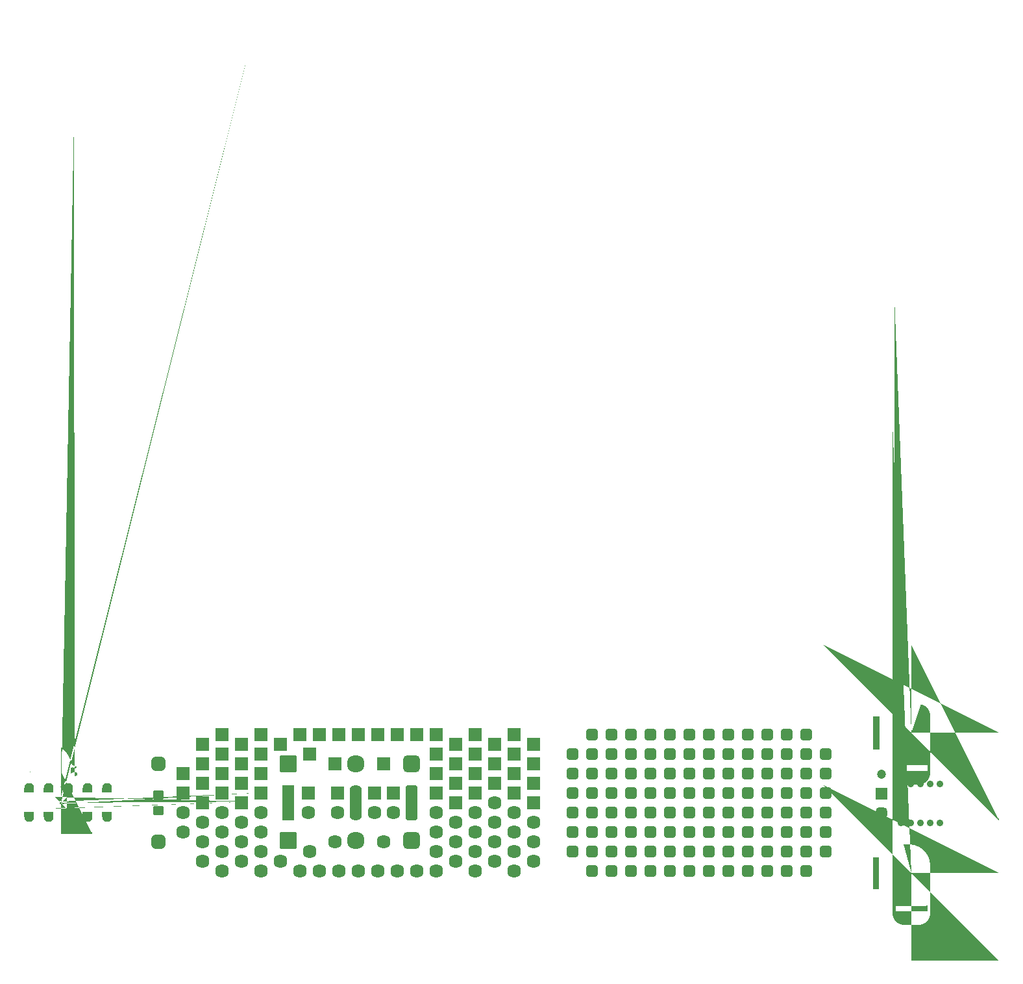
<source format=gbr>
%TF.GenerationSoftware,KiCad,Pcbnew,8.0.0*%
%TF.CreationDate,2024-02-24T11:24:54-08:00*%
%TF.ProjectId,JumperlessProbe,4a756d70-6572-46c6-9573-7350726f6265,rev?*%
%TF.SameCoordinates,Original*%
%TF.FileFunction,Soldermask,Bot*%
%TF.FilePolarity,Negative*%
%FSLAX46Y46*%
G04 Gerber Fmt 4.6, Leading zero omitted, Abs format (unit mm)*
G04 Created by KiCad (PCBNEW 8.0.0) date 2024-02-24 11:24:54*
%MOMM*%
%LPD*%
G01*
G04 APERTURE LIST*
G04 Aperture macros list*
%AMRoundRect*
0 Rectangle with rounded corners*
0 $1 Rounding radius*
0 $2 $3 $4 $5 $6 $7 $8 $9 X,Y pos of 4 corners*
0 Add a 4 corners polygon primitive as box body*
4,1,4,$2,$3,$4,$5,$6,$7,$8,$9,$2,$3,0*
0 Add four circle primitives for the rounded corners*
1,1,$1+$1,$2,$3*
1,1,$1+$1,$4,$5*
1,1,$1+$1,$6,$7*
1,1,$1+$1,$8,$9*
0 Add four rect primitives between the rounded corners*
20,1,$1+$1,$2,$3,$4,$5,0*
20,1,$1+$1,$4,$5,$6,$7,0*
20,1,$1+$1,$6,$7,$8,$9,0*
20,1,$1+$1,$8,$9,$2,$3,0*%
%AMFreePoly0*
4,1,61,-1.004046,3.703271,-0.272051,3.705999,0.029798,3.689124,0.327885,3.638709,0.618495,3.555382,0.898007,3.440182,1.162936,3.294544,1.409980,3.120284,1.636062,2.919574,1.838363,2.694914,2.014362,2.449105,2.161865,2.185210,2.279034,1.906519,2.364410,1.616504,2.416927,1.318780,2.435931,1.017057,2.433136,1.004402,2.436000,-5.334000,2.418517,-5.556137,2.366500,-5.772804,
2.281229,-5.978667,2.164804,-6.168655,2.020092,-6.338092,1.850655,-6.482804,1.660667,-6.599229,1.454804,-6.684500,1.238137,-6.736517,1.016000,-6.754000,1.003628,-6.751176,-1.016000,-6.754000,-1.238137,-6.736518,-1.454804,-6.684501,-1.660667,-6.599230,-1.850655,-6.482804,-2.020092,-6.338092,-2.164804,-6.168655,-2.281230,-5.978667,-2.366501,-5.772804,-2.418518,-5.556137,-2.436000,-5.334000,
-2.433133,-5.321442,-2.433245,-5.024200,-2.001600,-5.024200,2.077800,-5.024200,2.077800,-4.272301,0.812800,-4.297600,-2.001600,-4.297600,-2.001600,-5.024200,-2.433245,-5.024200,-2.436000,2.286000,-2.418518,2.508137,-2.366501,2.724804,-2.281230,2.930667,-2.164804,3.120655,-2.020092,3.290092,-1.850655,3.434804,-1.660667,3.551230,-1.454804,3.636501,-1.238137,3.688518,-1.016000,3.706000,
-1.004046,3.703271,-1.004046,3.703271,$1*%
%AMFreePoly1*
4,1,63,1.238137,3.688517,1.454804,3.636500,1.660667,3.551229,1.850655,3.434804,2.020092,3.290092,2.164804,3.120655,2.281229,2.930667,2.366500,2.724804,2.418517,2.508137,2.436000,2.286000,2.433133,2.273442,2.436000,-5.334000,2.418517,-5.556137,2.366500,-5.772804,2.281229,-5.978667,2.164804,-6.168655,2.020092,-6.338092,1.850655,-6.482804,1.660667,-6.599229,1.454804,-6.684500,
1.238137,-6.736517,1.016000,-6.754000,1.003628,-6.751176,-1.016000,-6.754000,-1.238137,-6.736518,-1.454804,-6.684501,-1.660667,-6.599230,-1.850655,-6.482804,-2.020092,-6.338092,-2.164804,-6.168655,-2.281230,-5.978667,-2.366501,-5.772804,-2.418518,-5.556137,-2.436000,-5.334000,-2.433136,-5.321456,-2.433270,-5.024200,-2.077651,-5.024200,2.103200,-5.024200,2.103200,-4.196000,-0.762098,-4.195999,
-2.052547,-4.170696,-2.077651,-5.024200,-2.433270,-5.024200,-2.436000,1.016000,-2.435906,1.016947,-2.435931,1.017057,-2.416926,1.318780,-2.364409,1.616504,-2.279034,1.906519,-2.161864,2.185210,-2.014361,2.449105,-1.838362,2.694913,-1.636061,2.919573,-1.409980,3.120284,-1.162935,3.294543,-0.898006,3.440181,-0.618495,3.555381,-0.327885,3.638708,-0.029798,3.689123,0.272051,3.705999,
0.284004,3.703270,1.016000,3.706000,1.238137,3.688517,1.238137,3.688517,$1*%
%AMFreePoly2*
4,1,18,-0.635000,0.635000,0.000000,0.635000,0.099336,0.627182,0.252189,0.582774,0.389196,0.501748,0.501748,0.389196,0.582774,0.252189,0.627182,0.099336,0.635000,0.000000,0.627182,-0.099336,0.582774,-0.252189,0.501748,-0.389196,0.389196,-0.501748,0.252189,-0.582774,0.099336,-0.627182,0.000000,-0.635000,-0.635000,-0.635000,-0.635000,0.635000,-0.635000,0.635000,$1*%
%AMFreePoly3*
4,1,455,0.024171,7.214759,0.028568,7.214610,0.049870,7.203443,0.071873,7.193755,0.074730,7.190412,0.078627,7.188368,0.339196,6.944885,0.577199,6.679300,0.790769,6.393699,0.978232,6.090321,1.138115,5.771545,1.269166,5.439874,1.368949,5.102659,1.413084,5.026138,1.499315,4.928888,1.603325,4.850942,1.720873,4.795480,1.847167,4.764763,1.912112,4.762416,1.966722,4.747846,
2.009603,4.711025,2.032261,4.659245,2.030208,4.602762,2.003851,4.552763,1.958411,4.519151,1.902888,4.508584,1.746033,4.528264,1.595093,4.575253,1.454783,4.648082,1.439982,4.659468,1.429602,4.627521,1.379602,4.591194,1.348700,4.586300,1.265000,4.586300,1.265000,3.800538,1.287735,3.818315,1.471283,3.914377,1.669152,3.975742,1.874846,4.000395,1.962121,3.987565,
2.039744,3.945658,2.098354,3.879730,2.130879,3.797732,2.133399,3.709554,2.105608,3.625833,2.050858,3.556666,1.975754,3.510396,1.889354,3.492602,1.813630,3.490607,1.667450,3.450806,1.534721,3.377761,1.422879,3.275565,1.338191,3.149944,1.285403,3.007936,1.267472,2.857500,1.285403,2.707064,1.338191,2.565056,1.422879,2.439435,1.534721,2.337239,1.667450,2.264194,
1.813630,2.224393,1.889354,2.222397,1.975754,2.204604,2.050858,2.158334,2.105608,2.089167,2.133399,2.005446,2.130879,1.917268,2.098354,1.835270,2.039744,1.769342,1.962121,1.727435,1.874846,1.714605,1.669152,1.739258,1.471283,1.800623,1.287735,1.896685,1.265000,1.914461,1.265000,1.260540,1.287734,1.278316,1.471283,1.374378,1.669152,1.435743,1.874846,1.460396,
1.874846,1.460394,1.962121,1.447564,2.039744,1.405657,2.098354,1.339729,2.130879,1.257731,2.133399,1.169553,2.105608,1.085832,2.050858,1.016665,1.975754,0.970395,1.889354,0.952603,1.813629,0.950608,1.667449,0.910807,1.534720,0.837762,1.422878,0.735565,1.338190,0.609944,1.285402,0.467937,1.267471,0.317500,1.285402,0.167063,1.338190,0.025056,1.422878,-0.100565,
1.534720,-0.202762,1.667450,-0.275807,1.813630,-0.315608,1.889354,-0.317604,1.975754,-0.335397,2.050858,-0.381667,2.105608,-0.450834,2.133399,-0.534555,2.130879,-0.622733,2.098354,-0.704731,2.039744,-0.770659,1.962121,-0.812566,1.874846,-0.825396,1.669152,-0.800743,1.471283,-0.739378,1.287734,-0.643316,1.265000,-0.625540,1.265000,-1.279461,1.287736,-1.261684,1.471284,-1.165623,
1.669153,-1.104258,1.874847,-1.079605,1.962122,-1.092435,2.039746,-1.134342,2.098355,-1.200271,2.130881,-1.282269,2.133400,-1.370446,2.105609,-1.454167,2.050859,-1.523334,1.975755,-1.569605,1.889355,-1.587398,1.813630,-1.589393,1.667450,-1.629194,1.534721,-1.702239,1.422879,-1.804435,1.338191,-1.930056,1.285403,-2.072063,1.267472,-2.222500,1.285403,-2.372937,1.338191,-2.514944,
1.422879,-2.640565,1.534721,-2.742761,1.667450,-2.815806,1.813630,-2.855607,1.889355,-2.857603,1.975755,-2.875395,2.050859,-2.921666,2.105609,-2.990833,2.133400,-3.074554,2.130881,-3.162731,2.098355,-3.244729,2.039746,-3.310658,1.962122,-3.352565,1.874847,-3.365395,1.669153,-3.340742,1.471284,-3.279377,1.287736,-3.183316,1.265000,-3.165538,1.265000,-3.819461,1.287736,-3.801684,
1.471284,-3.705623,1.669153,-3.644258,1.874847,-3.619605,1.962122,-3.632435,2.039746,-3.674342,2.098355,-3.740271,2.130881,-3.822269,2.133400,-3.910446,2.105609,-3.994167,2.050859,-4.063334,1.975755,-4.109605,1.889355,-4.127398,1.813630,-4.129393,1.667450,-4.169194,1.534721,-4.242239,1.422879,-4.344435,1.338191,-4.470056,1.285403,-4.612063,1.267472,-4.762500,1.285403,-4.912937,
1.338191,-5.054944,1.422879,-5.180565,1.534721,-5.282761,1.667450,-5.355806,1.813630,-5.395607,1.889355,-5.397603,1.975755,-5.415395,2.050859,-5.461666,2.105609,-5.530833,2.133400,-5.614554,2.130881,-5.702731,2.098355,-5.784729,2.039746,-5.850658,1.962122,-5.892565,1.874847,-5.905395,1.669153,-5.880742,1.471284,-5.819377,1.287736,-5.723316,1.265000,-5.705538,1.265000,-6.431214,
1.267204,-6.431816,1.309887,-6.468867,1.332267,-6.520767,1.329912,-6.577238,1.303291,-6.627092,1.265000,-6.655102,1.265000,-6.692500,0.921172,-6.692500,0.759542,-6.740312,0.597129,-6.819214,0.449842,-6.923666,0.321665,-7.050843,0.216062,-7.197307,0.135891,-7.359097,0.109635,-7.445477,0.099973,-7.462357,0.092800,-7.480436,0.086091,-7.486613,0.081562,-7.494528,0.065531,-7.505546,
0.051224,-7.518723,0.042497,-7.521378,0.034979,-7.526546,0.015758,-7.529517,-0.002849,-7.535180,-0.011862,-7.533786,-0.020877,-7.535180,-0.039482,-7.529517,-0.058705,-7.526546,-0.066221,-7.521379,-0.074949,-7.518723,-0.089256,-7.505547,-0.105285,-7.494531,-0.109815,-7.486615,-0.116526,-7.480436,-0.123699,-7.462357,-0.133362,-7.445478,-0.159618,-7.359098,-0.239789,-7.197309,-0.345392,-7.050845,
-0.473570,-6.923668,-0.620857,-6.819216,-0.783270,-6.740314,-0.944906,-6.692500,-1.280000,-6.692500,-1.280000,-6.660720,-1.281400,-6.660462,-1.327018,-6.627092,-1.353639,-6.577234,-1.355992,-6.520762,-1.333610,-6.468863,-1.290926,-6.431814,-1.280000,-6.428836,-1.280000,-5.694486,-1.322499,-5.727716,-1.506047,-5.823777,-1.703916,-5.885142,-1.909610,-5.909795,-1.996885,-5.896965,-2.074509,-5.855058,
-2.133118,-5.789129,-2.165644,-5.707131,-2.168163,-5.618954,-2.140372,-5.535233,-2.085622,-5.466066,-2.010518,-5.419795,-1.924118,-5.402002,-1.848393,-5.400007,-1.702213,-5.360206,-1.569484,-5.287161,-1.457642,-5.184965,-1.372954,-5.059344,-1.320166,-4.917337,-1.302235,-4.766900,-1.320166,-4.616463,-1.372954,-4.474456,-1.457642,-4.348835,-1.569484,-4.246639,-1.702213,-4.173594,-1.848393,-4.133793,
-1.924118,-4.131797,-2.010518,-4.114005,-2.085622,-4.067734,-2.140372,-3.998567,-2.168163,-3.914846,-2.165644,-3.826669,-2.133118,-3.744671,-2.074509,-3.678742,-1.996885,-3.636835,-1.909610,-3.624005,-1.703916,-3.648658,-1.506047,-3.710023,-1.322499,-3.806084,-1.280000,-3.839313,-1.280000,-3.154486,-1.322499,-3.187716,-1.506047,-3.283777,-1.703916,-3.345142,-1.909610,-3.369795,-1.996885,-3.356965,
-2.074509,-3.315058,-2.133118,-3.249129,-2.165644,-3.167131,-2.168163,-3.078954,-2.140372,-2.995233,-2.085622,-2.926066,-2.010518,-2.879795,-1.924118,-2.862002,-1.848393,-2.860007,-1.702213,-2.820206,-1.569484,-2.747161,-1.457642,-2.644965,-1.372954,-2.519344,-1.320166,-2.377337,-1.302235,-2.226900,-1.320166,-2.076463,-1.372954,-1.934456,-1.457642,-1.808835,-1.569484,-1.706639,-1.702213,-1.633594,
-1.848393,-1.593793,-1.924118,-1.591797,-2.010518,-1.574005,-2.085622,-1.527734,-2.140372,-1.458567,-2.168163,-1.374846,-2.165644,-1.286669,-2.133118,-1.204671,-2.074509,-1.138742,-1.996885,-1.096835,-1.909610,-1.084005,-1.703916,-1.108658,-1.506047,-1.170023,-1.322499,-1.266084,-1.280000,-1.299313,-1.280000,-0.621318,-1.308135,-0.643317,-1.491683,-0.739378,-1.689552,-0.800743,-1.895246,-0.825396,
-1.982521,-0.812566,-2.060145,-0.770659,-2.118754,-0.704730,-2.151280,-0.622732,-2.153799,-0.534555,-2.126008,-0.450834,-2.071258,-0.381667,-1.996154,-0.335396,-1.909754,-0.317603,-1.834029,-0.315608,-1.687849,-0.275807,-1.555120,-0.202762,-1.443278,-0.100566,-1.358590,0.025055,-1.305802,0.167062,-1.287871,0.317499,-1.305802,0.467936,-1.358590,0.609943,-1.443278,0.735564,-1.555120,0.837760,
-1.687849,0.910805,-1.834029,0.950606,-1.909754,0.952602,-1.996154,0.970394,-2.071258,1.016665,-2.126008,1.085832,-2.153799,1.169553,-2.151280,1.257730,-2.118754,1.339728,-2.060145,1.405657,-1.982521,1.447564,-1.895246,1.460394,-1.689552,1.435741,-1.491683,1.374376,-1.308135,1.278315,-1.280000,1.256316,-1.280000,1.925512,-1.322498,1.892284,-1.506046,1.796223,-1.703915,1.734858,
-1.909609,1.710205,-1.996884,1.723035,-2.074508,1.764942,-2.133117,1.830871,-2.165643,1.912869,-2.168162,2.001046,-2.140371,2.084767,-2.085621,2.153934,-2.010517,2.200205,-1.924117,2.217998,-1.848392,2.219993,-1.702212,2.259794,-1.569483,2.332839,-1.457641,2.435035,-1.372953,2.560656,-1.320165,2.702663,-1.302234,2.853100,-1.320165,3.003537,-1.372953,3.145544,-1.457641,3.271165,
-1.569483,3.373361,-1.702212,3.446406,-1.848392,3.486207,-1.924117,3.488203,-2.010517,3.505995,-2.085621,3.552266,-2.140371,3.621433,-2.168162,3.705154,-2.165643,3.793331,-2.133117,3.875329,-2.074508,3.941258,-1.996884,3.983165,-1.909609,3.995995,-1.703915,3.971342,-1.506046,3.909977,-1.322498,3.813916,-1.280000,3.780687,-1.280000,4.586300,-1.369100,4.586300,-1.427879,4.605398,
-1.458988,4.648216,-1.459163,4.648082,-1.599472,4.575253,-1.750412,4.528264,-1.907267,4.508584,-1.962790,4.519151,-2.008230,4.552763,-2.034587,4.602762,-2.036640,4.659245,-2.013982,4.711025,-1.971101,4.747846,-1.916491,4.762416,-1.851546,4.764763,-1.725253,4.795480,-1.607705,4.850942,-1.503696,4.928888,-1.417465,5.026138,-1.378201,5.094216,-1.378131,5.097907,-1.276941,5.439874,
-1.145891,5.771546,-0.986008,6.090322,-0.798545,6.393700,-0.584975,6.679302,-0.346971,6.944886,-0.086401,7.188369,-0.082504,7.190411,-0.079647,7.193755,-0.057642,7.203444,-0.036342,7.214610,-0.031945,7.214759,-0.027920,7.216532,-0.003887,7.215714,0.020146,7.216532,0.024171,7.214759,0.024171,7.214759,$1*%
G04 Aperture macros list end*
%ADD10C,0.120000*%
%ADD11FreePoly0,270.000000*%
%ADD12FreePoly1,270.000000*%
%ADD13RoundRect,0.300000X-0.450000X0.450000X-0.450000X-0.450000X0.450000X-0.450000X0.450000X0.450000X0*%
%ADD14RoundRect,0.300000X-0.450000X-0.450000X0.450000X-0.450000X0.450000X0.450000X-0.450000X0.450000X0*%
%ADD15RoundRect,0.300000X0.450000X-0.450000X0.450000X0.450000X-0.450000X0.450000X-0.450000X-0.450000X0*%
%ADD16FreePoly2,90.000000*%
%ADD17FreePoly2,270.000000*%
%ADD18FreePoly3,90.000000*%
%ADD19RoundRect,0.080000X-0.720000X0.720000X-0.720000X-0.720000X0.720000X-0.720000X0.720000X0.720000X0*%
%ADD20RoundRect,0.640000X-0.160000X0.160000X-0.160000X-0.160000X0.160000X-0.160000X0.160000X0.160000X0*%
%ADD21C,1.200000*%
%ADD22C,0.900000*%
%ADD23RoundRect,0.450000X0.450000X0.450000X-0.450000X0.450000X-0.450000X-0.450000X0.450000X-0.450000X0*%
%ADD24RoundRect,0.250000X0.450000X-0.350000X0.450000X0.350000X-0.450000X0.350000X-0.450000X-0.350000X0*%
%ADD25RoundRect,0.085000X-0.765000X-0.765000X0.765000X-0.765000X0.765000X0.765000X-0.765000X0.765000X0*%
%ADD26RoundRect,0.110000X-0.990000X-0.990000X0.990000X-0.990000X0.990000X0.990000X-0.990000X0.990000X0*%
%ADD27RoundRect,0.080000X-0.720000X-2.220000X0.720000X-2.220000X0.720000X2.220000X-0.720000X2.220000X0*%
%ADD28RoundRect,0.680000X-0.170000X-0.170000X0.170000X-0.170000X0.170000X0.170000X-0.170000X0.170000X0*%
%ADD29RoundRect,0.880000X-0.220000X-0.220000X0.220000X-0.220000X0.220000X0.220000X-0.220000X0.220000X0*%
%ADD30RoundRect,0.720000X-0.080000X-1.580000X0.080000X-1.580000X0.080000X1.580000X-0.080000X1.580000X0*%
%ADD31RoundRect,0.550000X-0.550000X-0.550000X0.550000X-0.550000X0.550000X0.550000X-0.550000X0.550000X0*%
%ADD32RoundRect,0.400000X-0.400000X-1.900000X0.400000X-1.900000X0.400000X1.900000X-0.400000X1.900000X0*%
G04 APERTURE END LIST*
%TO.C,J4*%
D10*
X138958400Y-57942400D02*
X138231800Y-57942400D01*
X138231800Y-62021800D01*
X138958400Y-62021800D01*
X138958400Y-57942400D01*
G36*
X138958400Y-57942400D02*
G01*
X138231800Y-57942400D01*
X138231800Y-62021800D01*
X138958400Y-62021800D01*
X138958400Y-57942400D01*
G37*
%TO.C,J3*%
X139060000Y-39578349D02*
X138231800Y-39578349D01*
X138231800Y-43759200D01*
X139060000Y-43759200D01*
X139060000Y-39578349D01*
G36*
X139060000Y-39578349D02*
G01*
X138231800Y-39578349D01*
X138231800Y-43759200D01*
X139060000Y-43759200D01*
X139060000Y-39578349D01*
G37*
%TD*%
D11*
%TO.C,J4*%
X143256000Y-59944000D03*
%TD*%
D12*
%TO.C,J3*%
X143256000Y-41656000D03*
%TD*%
D13*
%TO.C,REF\u002A\u002A*%
X114300000Y-41910000D03*
X111760000Y-41910000D03*
X114300000Y-44450000D03*
X111760000Y-44450000D03*
X114300000Y-46990000D03*
X111760000Y-46990000D03*
X114300000Y-49530000D03*
X111760000Y-49530000D03*
X114300000Y-52070000D03*
X111760000Y-52070000D03*
X114300000Y-54610000D03*
X111760000Y-54610000D03*
X114300000Y-57150000D03*
X111760000Y-57150000D03*
X114300000Y-59690000D03*
X111760000Y-59690000D03*
%TD*%
D14*
%TO.C,REF\u002A\u002A*%
X99060000Y-44450000D03*
X99060000Y-46990000D03*
X101600000Y-44450000D03*
X101600000Y-46990000D03*
X104140000Y-44450000D03*
X104140000Y-46990000D03*
X106680000Y-44450000D03*
X106680000Y-46990000D03*
X109220000Y-44450000D03*
X109220000Y-46990000D03*
X111760000Y-44450000D03*
X111760000Y-46990000D03*
X114300000Y-44450000D03*
X114300000Y-46990000D03*
X116840000Y-44450000D03*
X116840000Y-46990000D03*
%TD*%
D15*
%TO.C,REF\u002A\u002A*%
X106680000Y-59690000D03*
X109220000Y-59690000D03*
X106680000Y-57150000D03*
X109220000Y-57150000D03*
X106680000Y-54610000D03*
X109220000Y-54610000D03*
X106680000Y-52070000D03*
X109220000Y-52070000D03*
X106680000Y-49530000D03*
X109220000Y-49530000D03*
X106680000Y-46990000D03*
X109220000Y-46990000D03*
X106680000Y-44450000D03*
X109220000Y-44450000D03*
X106680000Y-41910000D03*
X109220000Y-41910000D03*
%TD*%
D13*
%TO.C,REF\u002A\u002A*%
X119380000Y-41910000D03*
X116840000Y-41910000D03*
X119380000Y-44450000D03*
X116840000Y-44450000D03*
X119380000Y-46990000D03*
X116840000Y-46990000D03*
X119380000Y-49530000D03*
X116840000Y-49530000D03*
X119380000Y-52070000D03*
X116840000Y-52070000D03*
X119380000Y-54610000D03*
X116840000Y-54610000D03*
X119380000Y-57150000D03*
X116840000Y-57150000D03*
X119380000Y-59690000D03*
X116840000Y-59690000D03*
%TD*%
D14*
%TO.C,REF\u002A\u002A*%
X114300000Y-44450000D03*
X114300000Y-46990000D03*
X116840000Y-44450000D03*
X116840000Y-46990000D03*
X119380000Y-44450000D03*
X119380000Y-46990000D03*
X121920000Y-44450000D03*
X121920000Y-46990000D03*
X124460000Y-44450000D03*
X124460000Y-46990000D03*
X127000000Y-44450000D03*
X127000000Y-46990000D03*
X129540000Y-44450000D03*
X129540000Y-46990000D03*
X132080000Y-44450000D03*
X132080000Y-46990000D03*
%TD*%
D13*
%TO.C,REF\u002A\u002A*%
X124460000Y-41910000D03*
X121920000Y-41910000D03*
X124460000Y-44450000D03*
X121920000Y-44450000D03*
X124460000Y-46990000D03*
X121920000Y-46990000D03*
X124460000Y-49530000D03*
X121920000Y-49530000D03*
X124460000Y-52070000D03*
X121920000Y-52070000D03*
X124460000Y-54610000D03*
X121920000Y-54610000D03*
X124460000Y-57150000D03*
X121920000Y-57150000D03*
X124460000Y-59690000D03*
X121920000Y-59690000D03*
%TD*%
D15*
%TO.C,REF\u002A\u002A*%
X101600000Y-59690000D03*
X104140000Y-59690000D03*
X101600000Y-57150000D03*
X104140000Y-57150000D03*
X101600000Y-54610000D03*
X104140000Y-54610000D03*
X101600000Y-52070000D03*
X104140000Y-52070000D03*
X101600000Y-49530000D03*
X104140000Y-49530000D03*
X101600000Y-46990000D03*
X104140000Y-46990000D03*
X101600000Y-44450000D03*
X104140000Y-44450000D03*
X101600000Y-41910000D03*
X104140000Y-41910000D03*
%TD*%
D16*
%TO.C,J2*%
X28201300Y-48892994D03*
X28201300Y-48892994D03*
D17*
X28201300Y-52702994D03*
X28201300Y-52702994D03*
D16*
X30741300Y-48892994D03*
X30741300Y-48892994D03*
D17*
X30741300Y-52702994D03*
X30741300Y-52702994D03*
D18*
X32321300Y-50787994D03*
D16*
X33281300Y-48892994D03*
X33281300Y-48892994D03*
D17*
X33281300Y-52702994D03*
X33281300Y-52702994D03*
D16*
X35821300Y-48892994D03*
X35821300Y-48892994D03*
D17*
X35821300Y-52702994D03*
X35821300Y-52702994D03*
D16*
X38361300Y-48892994D03*
X38361300Y-48892994D03*
D17*
X38361300Y-52702994D03*
X38361300Y-52702994D03*
%TD*%
D13*
%TO.C,REF\u002A\u002A*%
X129540000Y-41910000D03*
X127000000Y-41910000D03*
X129540000Y-44450000D03*
X127000000Y-44450000D03*
X129540000Y-46990000D03*
X127000000Y-46990000D03*
X129540000Y-49530000D03*
X127000000Y-49530000D03*
X129540000Y-52070000D03*
X127000000Y-52070000D03*
X129540000Y-54610000D03*
X127000000Y-54610000D03*
X129540000Y-57150000D03*
X127000000Y-57150000D03*
X129540000Y-59690000D03*
X127000000Y-59690000D03*
%TD*%
D19*
%TO.C,J1*%
X139344450Y-49655000D03*
D20*
X139344450Y-52195000D03*
D21*
X139344450Y-47115000D03*
D22*
X146964450Y-48385000D03*
X145694450Y-48385000D03*
X144424450Y-48385000D03*
X143154450Y-48385000D03*
X141884450Y-48385000D03*
X146964450Y-53465000D03*
X145694450Y-53465000D03*
X144424450Y-53465000D03*
X143154450Y-53465000D03*
X141884450Y-53465000D03*
D21*
X139344450Y-54735000D03*
%TD*%
D23*
%TO.C,R1*%
X45056000Y-55880494D03*
D24*
X45056000Y-51784494D03*
X45056000Y-49784494D03*
D23*
X45056000Y-45720494D03*
%TD*%
D14*
%TO.C,REF\u002A\u002A*%
X99060000Y-49530000D03*
X99060000Y-52070000D03*
X101600000Y-49530000D03*
X101600000Y-52070000D03*
X104140000Y-49530000D03*
X104140000Y-52070000D03*
X106680000Y-49530000D03*
X106680000Y-52070000D03*
X109220000Y-49530000D03*
X109220000Y-52070000D03*
X111760000Y-49530000D03*
X111760000Y-52070000D03*
X114300000Y-49530000D03*
X114300000Y-52070000D03*
X116840000Y-49530000D03*
X116840000Y-52070000D03*
%TD*%
%TO.C,REF\u002A\u002A*%
X99060000Y-54610000D03*
X99060000Y-57150000D03*
X101600000Y-54610000D03*
X101600000Y-57150000D03*
X104140000Y-54610000D03*
X104140000Y-57150000D03*
X106680000Y-54610000D03*
X106680000Y-57150000D03*
X109220000Y-54610000D03*
X109220000Y-57150000D03*
X111760000Y-54610000D03*
X111760000Y-57150000D03*
X114300000Y-54610000D03*
X114300000Y-57150000D03*
X116840000Y-54610000D03*
X116840000Y-57150000D03*
%TD*%
%TO.C,REF\u002A\u002A*%
X114300000Y-54610000D03*
X114300000Y-57150000D03*
X116840000Y-54610000D03*
X116840000Y-57150000D03*
X119380000Y-54610000D03*
X119380000Y-57150000D03*
X121920000Y-54610000D03*
X121920000Y-57150000D03*
X124460000Y-54610000D03*
X124460000Y-57150000D03*
X127000000Y-54610000D03*
X127000000Y-57150000D03*
X129540000Y-54610000D03*
X129540000Y-57150000D03*
X132080000Y-54610000D03*
X132080000Y-57150000D03*
%TD*%
D25*
%TO.C,SW1*%
X48260000Y-46990494D03*
X48260000Y-49530494D03*
X50800000Y-43180494D03*
X50800000Y-45720494D03*
X50800000Y-48260494D03*
X50800000Y-50800494D03*
X53340000Y-41910494D03*
X53340000Y-44450494D03*
X53340000Y-46990494D03*
X53340000Y-49530494D03*
X55880000Y-43180494D03*
X55880000Y-45720494D03*
X55880000Y-48260494D03*
X55880000Y-50800494D03*
X58420000Y-41910494D03*
X58420000Y-44450494D03*
X58420000Y-46990494D03*
X58420000Y-49530494D03*
X60960000Y-43180494D03*
D26*
X61976000Y-45720494D03*
D27*
X61976000Y-50800494D03*
D26*
X61976000Y-55753494D03*
D25*
X63500000Y-41910494D03*
X64643000Y-49530494D03*
X64770000Y-44450494D03*
X66040000Y-41910494D03*
X68072000Y-45720494D03*
X68453000Y-49530494D03*
X68580000Y-41910494D03*
X71120000Y-41910494D03*
X73279000Y-49530494D03*
X73660000Y-41910494D03*
X74422000Y-45720494D03*
X75692000Y-49530494D03*
X76200000Y-41910494D03*
X78740000Y-41910494D03*
X81280000Y-41910494D03*
X81280000Y-44450494D03*
X81280000Y-46990494D03*
X81280000Y-49530494D03*
X83820000Y-43180494D03*
X83820000Y-45720494D03*
X83820000Y-48260494D03*
X83820000Y-50800494D03*
X86360000Y-41910494D03*
X86360000Y-44450494D03*
X86360000Y-46990494D03*
X86360000Y-49530494D03*
X88900000Y-43180494D03*
X88900000Y-45720494D03*
X88900000Y-48260494D03*
X91440000Y-41910494D03*
X91440000Y-44450494D03*
X91440000Y-46990494D03*
X91440000Y-49530494D03*
X93980000Y-43180494D03*
X93980000Y-45720494D03*
X93980000Y-48260494D03*
X93980000Y-50800494D03*
D28*
X48260000Y-52070494D03*
X48260000Y-54610494D03*
X50800000Y-53340494D03*
X50800000Y-55880494D03*
X50800000Y-58420494D03*
X53340000Y-52070494D03*
X53340000Y-54610494D03*
X53340000Y-57150494D03*
X53340000Y-59690494D03*
X55880000Y-53340494D03*
X55880000Y-55880494D03*
X55880000Y-58420494D03*
X58420000Y-52070494D03*
X58420000Y-54610494D03*
X58420000Y-57150494D03*
X58420000Y-59690494D03*
X60960000Y-58420494D03*
X63500000Y-59690494D03*
X64643000Y-52070494D03*
X64770000Y-57150494D03*
X66040000Y-59690494D03*
X68072000Y-55880494D03*
X68453000Y-52070494D03*
X68580000Y-59690494D03*
D29*
X70776000Y-45720494D03*
D30*
X70776000Y-50800494D03*
D29*
X70776000Y-55753494D03*
D28*
X71120000Y-59690494D03*
X73279000Y-52070494D03*
X73660000Y-59690494D03*
X74422000Y-55880494D03*
X75692000Y-52070494D03*
X76200000Y-59690494D03*
X78740000Y-59690494D03*
X81280000Y-52070494D03*
X81280000Y-54610494D03*
X81280000Y-57150494D03*
X81280000Y-59690494D03*
X83820000Y-53340494D03*
X83820000Y-55880494D03*
X83820000Y-58420494D03*
X86360000Y-52070494D03*
X86360000Y-54610494D03*
X86360000Y-57150494D03*
X86360000Y-59690494D03*
X88900000Y-50800494D03*
X88900000Y-53340494D03*
X88900000Y-55880494D03*
X88900000Y-58420494D03*
X91440000Y-52070494D03*
X91440000Y-54610494D03*
X91440000Y-57150494D03*
X91440000Y-59690494D03*
X93980000Y-53340494D03*
X93980000Y-55880494D03*
X93980000Y-58420494D03*
D31*
X78076000Y-45720494D03*
D32*
X78076000Y-50800494D03*
D31*
X78076000Y-55753494D03*
%TD*%
D14*
%TO.C,REF\u002A\u002A*%
X114300000Y-49530000D03*
X114300000Y-52070000D03*
X116840000Y-49530000D03*
X116840000Y-52070000D03*
X119380000Y-49530000D03*
X119380000Y-52070000D03*
X121920000Y-49530000D03*
X121920000Y-52070000D03*
X124460000Y-49530000D03*
X124460000Y-52070000D03*
X127000000Y-49530000D03*
X127000000Y-52070000D03*
X129540000Y-49530000D03*
X129540000Y-52070000D03*
X132080000Y-49530000D03*
X132080000Y-52070000D03*
%TD*%
M02*

</source>
